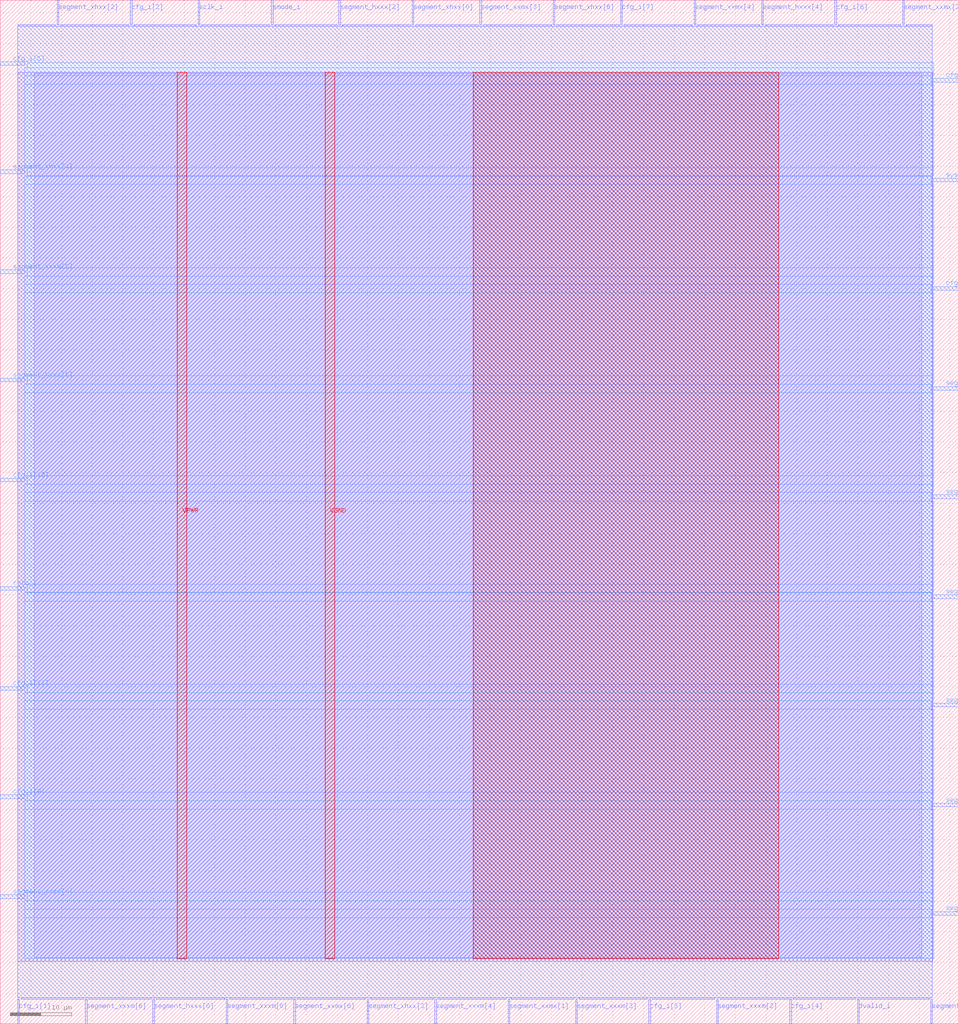
<source format=lef>
VERSION 5.7 ;
  NOWIREEXTENSIONATPIN ON ;
  DIVIDERCHAR "/" ;
  BUSBITCHARS "[]" ;
MACRO watch_hhmm
  CLASS BLOCK ;
  FOREIGN watch_hhmm ;
  ORIGIN 0.000 0.000 ;
  SIZE 156.375 BY 167.095 ;
  PIN cfg_i[0]
    DIRECTION INPUT ;
    PORT
      LAYER met3 ;
        RECT 152.375 119.720 156.375 120.320 ;
    END
  END cfg_i[0]
  PIN cfg_i[10]
    DIRECTION INPUT ;
    PORT
      LAYER met3 ;
        RECT 0.000 88.440 4.000 89.040 ;
    END
  END cfg_i[10]
  PIN cfg_i[11]
    DIRECTION INPUT ;
    PORT
      LAYER met3 ;
        RECT 0.000 54.440 4.000 55.040 ;
    END
  END cfg_i[11]
  PIN cfg_i[1]
    DIRECTION INPUT ;
    PORT
      LAYER met2 ;
        RECT 2.850 0.000 3.130 4.000 ;
    END
  END cfg_i[1]
  PIN cfg_i[2]
    DIRECTION INPUT ;
    PORT
      LAYER met2 ;
        RECT 21.250 163.095 21.530 167.095 ;
    END
  END cfg_i[2]
  PIN cfg_i[3]
    DIRECTION INPUT ;
    PORT
      LAYER met2 ;
        RECT 105.890 0.000 106.170 4.000 ;
    END
  END cfg_i[3]
  PIN cfg_i[4]
    DIRECTION INPUT ;
    PORT
      LAYER met2 ;
        RECT 128.890 0.000 129.170 4.000 ;
    END
  END cfg_i[4]
  PIN cfg_i[5]
    DIRECTION INPUT ;
    PORT
      LAYER met3 ;
        RECT 0.000 156.440 4.000 157.040 ;
    END
  END cfg_i[5]
  PIN cfg_i[6]
    DIRECTION INPUT ;
    PORT
      LAYER met2 ;
        RECT 136.250 163.095 136.530 167.095 ;
    END
  END cfg_i[6]
  PIN cfg_i[7]
    DIRECTION INPUT ;
    PORT
      LAYER met2 ;
        RECT 101.290 163.095 101.570 167.095 ;
    END
  END cfg_i[7]
  PIN cfg_i[8]
    DIRECTION INPUT ;
    PORT
      LAYER met3 ;
        RECT 152.375 153.720 156.375 154.320 ;
    END
  END cfg_i[8]
  PIN cfg_i[9]
    DIRECTION INPUT ;
    PORT
      LAYER met3 ;
        RECT 0.000 36.760 4.000 37.360 ;
    END
  END cfg_i[9]
  PIN dvalid_i
    DIRECTION INPUT ;
    PORT
      LAYER met2 ;
        RECT 139.930 0.000 140.210 4.000 ;
    END
  END dvalid_i
  PIN rstn_i
    DIRECTION INPUT ;
    PORT
      LAYER met3 ;
        RECT 0.000 70.760 4.000 71.360 ;
    END
  END rstn_i
  PIN sclk_i
    DIRECTION INPUT ;
    PORT
      LAYER met2 ;
        RECT 32.290 163.095 32.570 167.095 ;
    END
  END sclk_i
  PIN segment_hxxx[0]
    DIRECTION OUTPUT TRISTATE ;
    PORT
      LAYER met2 ;
        RECT 24.930 0.000 25.210 4.000 ;
    END
  END segment_hxxx[0]
  PIN segment_hxxx[1]
    DIRECTION OUTPUT TRISTATE ;
    PORT
      LAYER met3 ;
        RECT 152.375 69.400 156.375 70.000 ;
    END
  END segment_hxxx[1]
  PIN segment_hxxx[2]
    DIRECTION OUTPUT TRISTATE ;
    PORT
      LAYER met2 ;
        RECT 55.290 163.095 55.570 167.095 ;
    END
  END segment_hxxx[2]
  PIN segment_hxxx[3]
    DIRECTION OUTPUT TRISTATE ;
    PORT
      LAYER met3 ;
        RECT 152.375 103.400 156.375 104.000 ;
    END
  END segment_hxxx[3]
  PIN segment_hxxx[4]
    DIRECTION OUTPUT TRISTATE ;
    PORT
      LAYER met2 ;
        RECT 124.290 163.095 124.570 167.095 ;
    END
  END segment_hxxx[4]
  PIN segment_hxxx[5]
    DIRECTION OUTPUT TRISTATE ;
    PORT
      LAYER met3 ;
        RECT 152.375 51.720 156.375 52.320 ;
    END
  END segment_hxxx[5]
  PIN segment_hxxx[6]
    DIRECTION OUTPUT TRISTATE ;
    PORT
      LAYER met3 ;
        RECT 0.000 104.760 4.000 105.360 ;
    END
  END segment_hxxx[6]
  PIN segment_xhxx[0]
    DIRECTION OUTPUT TRISTATE ;
    PORT
      LAYER met2 ;
        RECT 67.250 163.095 67.530 167.095 ;
    END
  END segment_xhxx[0]
  PIN segment_xhxx[1]
    DIRECTION OUTPUT TRISTATE ;
    PORT
      LAYER met3 ;
        RECT 152.375 35.400 156.375 36.000 ;
    END
  END segment_xhxx[1]
  PIN segment_xhxx[2]
    DIRECTION OUTPUT TRISTATE ;
    PORT
      LAYER met2 ;
        RECT 9.290 163.095 9.570 167.095 ;
    END
  END segment_xhxx[2]
  PIN segment_xhxx[3]
    DIRECTION OUTPUT TRISTATE ;
    PORT
      LAYER met2 ;
        RECT 59.890 0.000 60.170 4.000 ;
    END
  END segment_xhxx[3]
  PIN segment_xhxx[4]
    DIRECTION OUTPUT TRISTATE ;
    PORT
      LAYER met3 ;
        RECT 0.000 138.760 4.000 139.360 ;
    END
  END segment_xhxx[4]
  PIN segment_xhxx[5]
    DIRECTION OUTPUT TRISTATE ;
    PORT
      LAYER met3 ;
        RECT 152.375 17.720 156.375 18.320 ;
    END
  END segment_xhxx[5]
  PIN segment_xhxx[6]
    DIRECTION OUTPUT TRISTATE ;
    PORT
      LAYER met2 ;
        RECT 90.250 163.095 90.530 167.095 ;
    END
  END segment_xhxx[6]
  PIN segment_xxmx[0]
    DIRECTION OUTPUT TRISTATE ;
    PORT
      LAYER met3 ;
        RECT 0.000 20.440 4.000 21.040 ;
    END
  END segment_xxmx[0]
  PIN segment_xxmx[1]
    DIRECTION OUTPUT TRISTATE ;
    PORT
      LAYER met2 ;
        RECT 82.890 0.000 83.170 4.000 ;
    END
  END segment_xxmx[1]
  PIN segment_xxmx[2]
    DIRECTION OUTPUT TRISTATE ;
    PORT
      LAYER met2 ;
        RECT 147.290 163.095 147.570 167.095 ;
    END
  END segment_xxmx[2]
  PIN segment_xxmx[3]
    DIRECTION OUTPUT TRISTATE ;
    PORT
      LAYER met2 ;
        RECT 78.290 163.095 78.570 167.095 ;
    END
  END segment_xxmx[3]
  PIN segment_xxmx[4]
    DIRECTION OUTPUT TRISTATE ;
    PORT
      LAYER met2 ;
        RECT 113.250 163.095 113.530 167.095 ;
    END
  END segment_xxmx[4]
  PIN segment_xxmx[5]
    DIRECTION OUTPUT TRISTATE ;
    PORT
      LAYER met3 ;
        RECT 152.375 85.720 156.375 86.320 ;
    END
  END segment_xxmx[5]
  PIN segment_xxmx[6]
    DIRECTION OUTPUT TRISTATE ;
    PORT
      LAYER met2 ;
        RECT 47.930 0.000 48.210 4.000 ;
    END
  END segment_xxmx[6]
  PIN segment_xxxm[0]
    DIRECTION OUTPUT TRISTATE ;
    PORT
      LAYER met2 ;
        RECT 36.890 0.000 37.170 4.000 ;
    END
  END segment_xxxm[0]
  PIN segment_xxxm[1]
    DIRECTION OUTPUT TRISTATE ;
    PORT
      LAYER met2 ;
        RECT 151.890 0.000 152.170 4.000 ;
    END
  END segment_xxxm[1]
  PIN segment_xxxm[2]
    DIRECTION OUTPUT TRISTATE ;
    PORT
      LAYER met2 ;
        RECT 116.930 0.000 117.210 4.000 ;
    END
  END segment_xxxm[2]
  PIN segment_xxxm[3]
    DIRECTION OUTPUT TRISTATE ;
    PORT
      LAYER met2 ;
        RECT 93.930 0.000 94.210 4.000 ;
    END
  END segment_xxxm[3]
  PIN segment_xxxm[4]
    DIRECTION OUTPUT TRISTATE ;
    PORT
      LAYER met2 ;
        RECT 70.930 0.000 71.210 4.000 ;
    END
  END segment_xxxm[4]
  PIN segment_xxxm[5]
    DIRECTION OUTPUT TRISTATE ;
    PORT
      LAYER met3 ;
        RECT 0.000 122.440 4.000 123.040 ;
    END
  END segment_xxxm[5]
  PIN segment_xxxm[6]
    DIRECTION OUTPUT TRISTATE ;
    PORT
      LAYER met2 ;
        RECT 13.890 0.000 14.170 4.000 ;
    END
  END segment_xxxm[6]
  PIN smode_i
    DIRECTION INPUT ;
    PORT
      LAYER met2 ;
        RECT 44.250 163.095 44.530 167.095 ;
    END
  END smode_i
  PIN sysclk_i
    DIRECTION INPUT ;
    PORT
      LAYER met3 ;
        RECT 152.375 137.400 156.375 138.000 ;
    END
  END sysclk_i
  PIN VPWR
    DIRECTION INPUT ;
    USE POWER ;
    PORT
      LAYER met4 ;
        RECT 28.870 10.640 30.470 155.280 ;
    END
  END VPWR
  PIN VGND
    DIRECTION INPUT ;
    USE GROUND ;
    PORT
      LAYER met4 ;
        RECT 53.020 10.640 54.620 155.280 ;
    END
  END VGND
  OBS
      LAYER li1 ;
        RECT 5.520 10.795 150.420 155.125 ;
      LAYER met1 ;
        RECT 2.830 10.240 152.190 155.280 ;
      LAYER met2 ;
        RECT 2.860 162.815 9.010 163.095 ;
        RECT 9.850 162.815 20.970 163.095 ;
        RECT 21.810 162.815 32.010 163.095 ;
        RECT 32.850 162.815 43.970 163.095 ;
        RECT 44.810 162.815 55.010 163.095 ;
        RECT 55.850 162.815 66.970 163.095 ;
        RECT 67.810 162.815 78.010 163.095 ;
        RECT 78.850 162.815 89.970 163.095 ;
        RECT 90.810 162.815 101.010 163.095 ;
        RECT 101.850 162.815 112.970 163.095 ;
        RECT 113.810 162.815 124.010 163.095 ;
        RECT 124.850 162.815 135.970 163.095 ;
        RECT 136.810 162.815 147.010 163.095 ;
        RECT 147.850 162.815 152.160 163.095 ;
        RECT 2.860 4.280 152.160 162.815 ;
        RECT 3.410 4.000 13.610 4.280 ;
        RECT 14.450 4.000 24.650 4.280 ;
        RECT 25.490 4.000 36.610 4.280 ;
        RECT 37.450 4.000 47.650 4.280 ;
        RECT 48.490 4.000 59.610 4.280 ;
        RECT 60.450 4.000 70.650 4.280 ;
        RECT 71.490 4.000 82.610 4.280 ;
        RECT 83.450 4.000 93.650 4.280 ;
        RECT 94.490 4.000 105.610 4.280 ;
        RECT 106.450 4.000 116.650 4.280 ;
        RECT 117.490 4.000 128.610 4.280 ;
        RECT 129.450 4.000 139.650 4.280 ;
        RECT 140.490 4.000 151.610 4.280 ;
      LAYER met3 ;
        RECT 4.400 156.040 152.375 156.905 ;
        RECT 4.000 154.720 152.375 156.040 ;
        RECT 4.000 153.320 151.975 154.720 ;
        RECT 4.000 139.760 152.375 153.320 ;
        RECT 4.400 138.400 152.375 139.760 ;
        RECT 4.400 138.360 151.975 138.400 ;
        RECT 4.000 137.000 151.975 138.360 ;
        RECT 4.000 123.440 152.375 137.000 ;
        RECT 4.400 122.040 152.375 123.440 ;
        RECT 4.000 120.720 152.375 122.040 ;
        RECT 4.000 119.320 151.975 120.720 ;
        RECT 4.000 105.760 152.375 119.320 ;
        RECT 4.400 104.400 152.375 105.760 ;
        RECT 4.400 104.360 151.975 104.400 ;
        RECT 4.000 103.000 151.975 104.360 ;
        RECT 4.000 89.440 152.375 103.000 ;
        RECT 4.400 88.040 152.375 89.440 ;
        RECT 4.000 86.720 152.375 88.040 ;
        RECT 4.000 85.320 151.975 86.720 ;
        RECT 4.000 71.760 152.375 85.320 ;
        RECT 4.400 70.400 152.375 71.760 ;
        RECT 4.400 70.360 151.975 70.400 ;
        RECT 4.000 69.000 151.975 70.360 ;
        RECT 4.000 55.440 152.375 69.000 ;
        RECT 4.400 54.040 152.375 55.440 ;
        RECT 4.000 52.720 152.375 54.040 ;
        RECT 4.000 51.320 151.975 52.720 ;
        RECT 4.000 37.760 152.375 51.320 ;
        RECT 4.400 36.400 152.375 37.760 ;
        RECT 4.400 36.360 151.975 36.400 ;
        RECT 4.000 35.000 151.975 36.360 ;
        RECT 4.000 21.440 152.375 35.000 ;
        RECT 4.400 20.040 152.375 21.440 ;
        RECT 4.000 18.720 152.375 20.040 ;
        RECT 4.000 17.320 151.975 18.720 ;
        RECT 4.000 10.715 152.375 17.320 ;
      LAYER met4 ;
        RECT 77.170 10.640 127.070 155.280 ;
  END
END watch_hhmm
END LIBRARY


</source>
